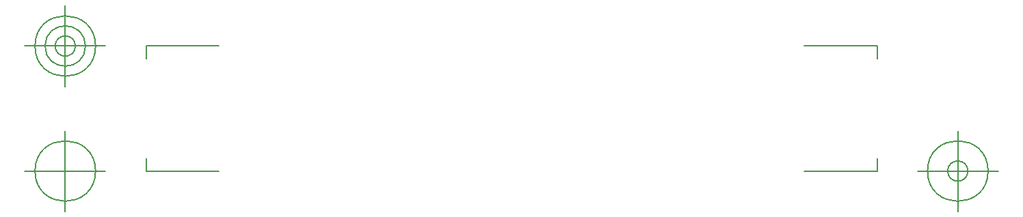
<source format=gbr>
G04 Generated by Ultiboard 14.2 *
%FSLAX46Y46*%
%MOIN*%

%ADD10C,0.000001*%
%ADD11C,0.005000*%


G04 ColorRGB CBCBCB for the following layer *
%LN_uc2673a68b01*%
%LPD*%
G54D10*
G54D11*
X-10000Y-206850D02*
X-10000Y-145795D01*
X-10000Y-206850D02*
X346331Y-206850D01*
X3553307Y-206850D02*
X3196976Y-206850D01*
X3553307Y-206850D02*
X3553307Y-145795D01*
X3553307Y403701D02*
X3553307Y342646D01*
X3553307Y403701D02*
X3196976Y403701D01*
X-10000Y403701D02*
X346331Y403701D01*
X-10000Y403701D02*
X-10000Y342646D01*
X-206850Y-206850D02*
X-600551Y-206850D01*
X-403701Y-403701D02*
X-403701Y-10000D01*
X-551339Y-206850D02*
G75*
D01*
G02X-551339Y-206850I147638J0*
G01*
X3750157Y-206850D02*
X4143858Y-206850D01*
X3947008Y-403701D02*
X3947008Y-10000D01*
X3799370Y-206850D02*
G75*
D01*
G02X3799370Y-206850I147638J0*
G01*
X3897795Y-206850D02*
G75*
D01*
G02X3897795Y-206850I49213J0*
G01*
X-206850Y403701D02*
X-600551Y403701D01*
X-403701Y206850D02*
X-403701Y600551D01*
X-551339Y403701D02*
G75*
D01*
G02X-551339Y403701I147638J0*
G01*
X-502126Y403701D02*
G75*
D01*
G02X-502126Y403701I98425J0*
G01*
X-452913Y403701D02*
G75*
D01*
G02X-452913Y403701I49212J0*
G01*

M02*

</source>
